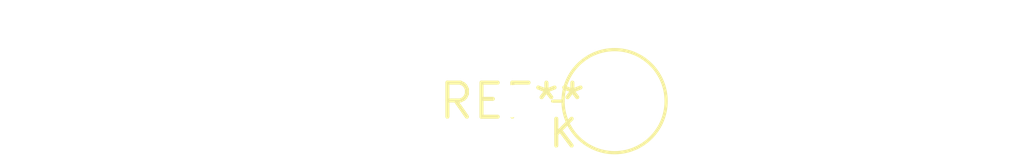
<source format=kicad_pcb>
(kicad_pcb (version 20240108) (generator pcbnew)
  (layers (0 "F.Cu" signal) (31 "B.Cu" signal) (34 "B.Paste" user) (35 "F.Paste" user) (36 "B.SilkS" user "B.Silkscreen") (37 "F.SilkS" user "F.Silkscreen") (38 "B.Mask" user) (39 "F.Mask" user) (44 "Edge.Cuts" user))
  (net 0 "")
  (footprint "D_DO-15_P3.81mm_Vertical_KathodeUp" (layer "F.Cu") (at 0 0)
    (property "Reference" "REF**")
    (property "Value" "D_DO-15_P3.81mm_Vertical_KathodeUp")
    (fp_line (start 1.89 0) (end 1.5 0) (layer "F.SilkS") (stroke (width 0.12)))
    (fp_circle (center 3.81 0) (end 5.73 0) (layer "F.SilkS") (stroke (width 0.12)) (fill none))
    (fp_text user "K" (at 1.9 1.2 0) (layer "F.SilkS"))
    (pad "1" thru_hole rect (at 0 0) (size 2.4 2.4) (drill 1.2) (layers *.Cu *.Mask) (remove_unused_layers))
    (pad "2" thru_hole oval (at 3.81 0) (size 2.4 2.4) (drill 1.2) (layers *.Cu *.Mask) (remove_unused_layers))
  )
)
</source>
